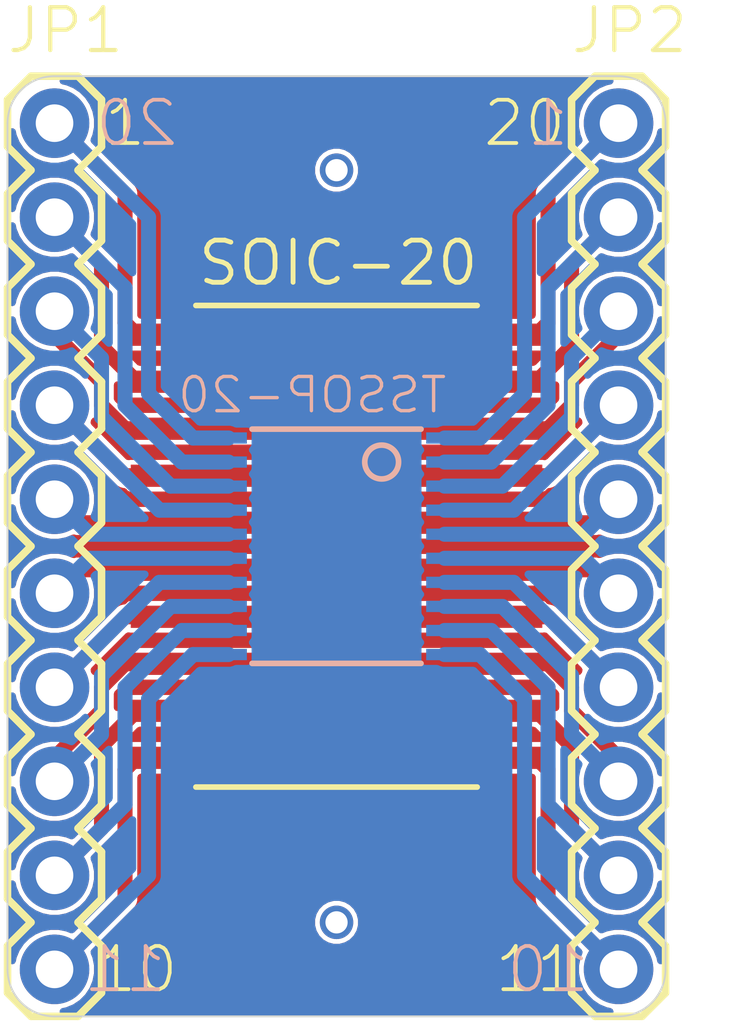
<source format=kicad_pcb>
(kicad_pcb (version 20241229) (generator "pcbnew") (generator_version "9.0")
  (layers (0 "F.Cu" signal) (2 "B.Cu" signal) (13 "F.Paste" user) (15 "B.Paste" user) (5 "F.SilkS" user "F.Silkscreen") (7 "B.SilkS" user "B.Silkscreen") (1 "F.Mask" user) (3 "B.Mask" user) (25 "Edge.Cuts" user))
  (net 0 "")
  (net 1 "GND")
  (net 2 "10")
  (net 3 "9")
  (net 4 "8")
  (net 5 "7")
  (net 6 "6")
  (net 7 "5")
  (net 8 "4")
  (net 9 "3")
  (net 10 "2")
  (net 11 "1")
  (net 12 "11")
  (net 13 "12")
  (net 14 "13")
  (net 15 "14")
  (net 16 "15")
  (net 17 "16")
  (net 18 "17")
  (net 19 "18")
  (net 20 "19")
  (footprint "SOIC_TSSOP-20:SOIC-20NW" (layer "F.Cu") (at 148.5011 105.0036 -90)
    (property "Reference" "SOIC-20" (at -6.985 3.81 0) (layer "F.SilkS") (effects (font (size 1.139139 1.139139) (thickness 0.130861)) (justify left bottom)))
    (property "Value" "")
    (fp_line (start -6.505 3.8) (end -6.505 -3.8) (stroke (width 0.1524)) (layer "F.SilkS"))
    (fp_line (start 6.505 -3.8) (end 6.505 3.8) (stroke (width 0.1524)) (layer "F.SilkS"))
    (pad "P1" smd rect (at -5.715 3.78 270) (size 0.6 3.56) (layers "F.Cu" "F.Mask" "F.Paste") (net 10 "2"))
    (pad "P2" smd rect (at -4.445 3.78 270) (size 0.6 3.56) (layers "F.Cu" "F.Mask" "F.Paste") (net 9 "3"))
    (pad "P3" smd rect (at -3.175 3.78 270) (size 0.6 3.56) (layers "F.Cu" "F.Mask" "F.Paste") (net 8 "4"))
    (pad "P4" smd rect (at -1.905 3.78 270) (size 0.6 3.56) (layers "F.Cu" "F.Mask" "F.Paste") (net 7 "5"))
    (pad "P5" smd rect (at -0.635 3.78 270) (size 0.6 3.56) (layers "F.Cu" "F.Mask" "F.Paste") (net 6 "6"))
    (pad "P6" smd rect (at 0.635 3.78 270) (size 0.6 3.56) (layers "F.Cu" "F.Mask" "F.Paste") (net 5 "7"))
    (pad "P7" smd rect (at 1.905 3.78 270) (size 0.6 3.56) (layers "F.Cu" "F.Mask" "F.Paste") (net 4 "8"))
    (pad "P8" smd rect (at 3.175 3.78 270) (size 0.6 3.56) (layers "F.Cu" "F.Mask" "F.Paste") (net 3 "9"))
    (pad "P9" smd rect (at 4.445 3.78 270) (size 0.6 3.56) (layers "F.Cu" "F.Mask" "F.Paste") (net 2 "10"))
    (pad "P10" smd rect (at 5.715 3.78 270) (size 0.6 3.56) (layers "F.Cu" "F.Mask" "F.Paste") (net 1 "GND"))
    (pad "P11" smd rect (at 5.715 -3.78 270) (size 0.6 3.56) (layers "F.Cu" "F.Mask" "F.Paste") (net 11 "1"))
    (pad "P12" smd rect (at 4.445 -3.78 270) (size 0.6 3.56) (layers "F.Cu" "F.Mask" "F.Paste") (net 12 "11"))
    (pad "P13" smd rect (at 3.175 -3.78 270) (size 0.6 3.56) (layers "F.Cu" "F.Mask" "F.Paste") (net 13 "12"))
    (pad "P14" smd rect (at 1.905 -3.78 270) (size 0.6 3.56) (layers "F.Cu" "F.Mask" "F.Paste") (net 14 "13"))
    (pad "P15" smd rect (at 0.635 -3.78 270) (size 0.6 3.56) (layers "F.Cu" "F.Mask" "F.Paste") (net 15 "14"))
    (pad "P16" smd rect (at -0.635 -3.78 270) (size 0.6 3.56) (layers "F.Cu" "F.Mask" "F.Paste") (net 16 "15"))
    (pad "P17" smd rect (at -1.905 -3.78 270) (size 0.6 3.56) (layers "F.Cu" "F.Mask" "F.Paste") (net 17 "16"))
    (pad "P18" smd rect (at -3.175 -3.78 270) (size 0.6 3.56) (layers "F.Cu" "F.Mask" "F.Paste") (net 18 "17"))
    (pad "P19" smd rect (at -4.445 -3.78 270) (size 0.6 3.56) (layers "F.Cu" "F.Mask" "F.Paste") (net 19 "18"))
    (pad "P20" smd rect (at -5.715 -3.78 270) (size 0.6 3.56) (layers "F.Cu" "F.Mask" "F.Paste") (net 20 "19"))
  )
  (footprint "SOIC_TSSOP-20:1X10" (layer "F.Cu") (at 140.8811 116.4336 90)
    (property "Reference" "JP1" (at 24.6888 -1.3462 0) (layer "F.SilkS") (effects (font (size 1.1557 1.1557) (thickness 0.1143)) (justify left bottom)))
    (property "Value" "")
    (fp_line (start 23.495 -1.27) (end 24.13 -0.635) (stroke (width 0.2032)) (layer "F.SilkS"))
    (fp_line (start 22.225 -1.27) (end 23.495 -1.27) (stroke (width 0.2032)) (layer "F.SilkS"))
    (fp_line (start 22.225 -1.27) (end 21.59 -0.635) (stroke (width 0.2032)) (layer "F.SilkS"))
    (fp_line (start 20.955 -1.27) (end 21.59 -0.635) (stroke (width 0.2032)) (layer "F.SilkS"))
    (fp_line (start 19.685 -1.27) (end 20.955 -1.27) (stroke (width 0.2032)) (layer "F.SilkS"))
    (fp_line (start 19.685 -1.27) (end 19.05 -0.635) (stroke (width 0.2032)) (layer "F.SilkS"))
    (fp_line (start 18.415 -1.27) (end 19.05 -0.635) (stroke (width 0.2032)) (layer "F.SilkS"))
    (fp_line (start 17.145 -1.27) (end 18.415 -1.27) (stroke (width 0.2032)) (layer "F.SilkS"))
    (fp_line (start 17.145 -1.27) (end 16.51 -0.635) (stroke (width 0.2032)) (layer "F.SilkS"))
    (fp_line (start 15.875 -1.27) (end 16.51 -0.635) (stroke (width 0.2032)) (layer "F.SilkS"))
    (fp_line (start 14.605 -1.27) (end 15.875 -1.27) (stroke (width 0.2032)) (layer "F.SilkS"))
    (fp_line (start 14.605 -1.27) (end 13.97 -0.635) (stroke (width 0.2032)) (layer "F.SilkS"))
    (fp_line (start 13.335 -1.27) (end 13.97 -0.635) (stroke (width 0.2032)) (layer "F.SilkS"))
    (fp_line (start 12.065 -1.27) (end 13.335 -1.27) (stroke (width 0.2032)) (layer "F.SilkS"))
    (fp_line (start 10.795 -1.27) (end 11.43 -0.635) (stroke (width 0.2032)) (layer "F.SilkS"))
    (fp_line (start 9.525 -1.27) (end 10.795 -1.27) (stroke (width 0.2032)) (layer "F.SilkS"))
    (fp_line (start 8.255 -1.27) (end 8.89 -0.635) (stroke (width 0.2032)) (layer "F.SilkS"))
    (fp_line (start 6.985 -1.27) (end 8.255 -1.27) (stroke (width 0.2032)) (layer "F.SilkS"))
    (fp_line (start 6.985 -1.27) (end 6.35 -0.635) (stroke (width 0.2032)) (layer "F.SilkS"))
    (fp_line (start 5.715 -1.27) (end 6.35 -0.635) (stroke (width 0.2032)) (layer "F.SilkS"))
    (fp_line (start 4.445 -1.27) (end 5.715 -1.27) (stroke (width 0.2032)) (layer "F.SilkS"))
    (fp_line (start 3.175 -1.27) (end 3.81 -0.635) (stroke (width 0.2032)) (layer "F.SilkS"))
    (fp_line (start 1.905 -1.27) (end 3.175 -1.27) (stroke (width 0.2032)) (layer "F.SilkS"))
    (fp_line (start 0.635 -1.27) (end 1.27 -0.635) (stroke (width 0.2032)) (layer "F.SilkS"))
    (fp_line (start -0.635 -1.27) (end 0.635 -1.27) (stroke (width 0.2032)) (layer "F.SilkS"))
    (fp_line (start -0.635 -1.27) (end -1.27 -0.635) (stroke (width 0.2032)) (layer "F.SilkS"))
    (fp_line (start 24.13 -0.635) (end 24.13 0.635) (stroke (width 0.2032)) (layer "F.SilkS"))
    (fp_line (start 11.43 -0.635) (end 12.065 -1.27) (stroke (width 0.2032)) (layer "F.SilkS"))
    (fp_line (start 8.89 -0.635) (end 9.525 -1.27) (stroke (width 0.2032)) (layer "F.SilkS"))
    (fp_line (start 3.81 -0.635) (end 4.445 -1.27) (stroke (width 0.2032)) (layer "F.SilkS"))
    (fp_line (start 1.27 -0.635) (end 1.905 -1.27) (stroke (width 0.2032)) (layer "F.SilkS"))
    (fp_line (start -1.27 -0.635) (end -1.27 0.635) (stroke (width 0.2032)) (layer "F.SilkS"))
    (fp_line (start 24.13 0.635) (end 23.495 1.27) (stroke (width 0.2032)) (layer "F.SilkS"))
    (fp_line (start 21.59 0.635) (end 22.225 1.27) (stroke (width 0.2032)) (layer "F.SilkS"))
    (fp_line (start 21.59 0.635) (end 20.955 1.27) (stroke (width 0.2032)) (layer "F.SilkS"))
    (fp_line (start 19.05 0.635) (end 19.685 1.27) (stroke (width 0.2032)) (layer "F.SilkS"))
    (fp_line (start 19.05 0.635) (end 18.415 1.27) (stroke (width 0.2032)) (layer "F.SilkS"))
    (fp_line (start 16.51 0.635) (end 17.145 1.27) (stroke (width 0.2032)) (layer "F.SilkS"))
    (fp_line (start 16.51 0.635) (end 15.875 1.27) (stroke (width 0.2032)) (layer "F.SilkS"))
    (fp_line (start 13.97 0.635) (end 14.605 1.27) (stroke (width 0.2032)) (layer "F.SilkS"))
    (fp_line (start 13.97 0.635) (end 13.335 1.27) (stroke (width 0.2032)) (layer "F.SilkS"))
    (fp_line (start 11.43 0.635) (end 10.795 1.27) (stroke (width 0.2032)) (layer "F.SilkS"))
    (fp_line (start 8.89 0.635) (end 8.255 1.27) (stroke (width 0.2032)) (layer "F.SilkS"))
    (fp_line (start 6.35 0.635) (end 6.985 1.27) (stroke (width 0.2032)) (layer "F.SilkS"))
    (fp_line (start 6.35 0.635) (end 5.715 1.27) (stroke (width 0.2032)) (layer "F.SilkS"))
    (fp_line (start 3.81 0.635) (end 3.175 1.27) (stroke (width 0.2032)) (layer "F.SilkS"))
    (fp_line (start 1.27 0.635) (end 0.635 1.27) (stroke (width 0.2032)) (layer "F.SilkS"))
    (fp_line (start -1.27 0.635) (end -0.635 1.27) (stroke (width 0.2032)) (layer "F.SilkS"))
    (fp_line (start 23.495 1.27) (end 22.225 1.27) (stroke (width 0.2032)) (layer "F.SilkS"))
    (fp_line (start 20.955 1.27) (end 19.685 1.27) (stroke (width 0.2032)) (layer "F.SilkS"))
    (fp_line (start 18.415 1.27) (end 17.145 1.27) (stroke (width 0.2032)) (layer "F.SilkS"))
    (fp_line (start 15.875 1.27) (end 14.605 1.27) (stroke (width 0.2032)) (layer "F.SilkS"))
    (fp_line (start 13.335 1.27) (end 12.065 1.27) (stroke (width 0.2032)) (layer "F.SilkS"))
    (fp_line (start 12.065 1.27) (end 11.43 0.635) (stroke (width 0.2032)) (layer "F.SilkS"))
    (fp_line (start 10.795 1.27) (end 9.525 1.27) (stroke (width 0.2032)) (layer "F.SilkS"))
    (fp_line (start 9.525 1.27) (end 8.89 0.635) (stroke (width 0.2032)) (layer "F.SilkS"))
    (fp_line (start 8.255 1.27) (end 6.985 1.27) (stroke (width 0.2032)) (layer "F.SilkS"))
    (fp_line (start 5.715 1.27) (end 4.445 1.27) (stroke (width 0.2032)) (layer "F.SilkS"))
    (fp_line (start 4.445 1.27) (end 3.81 0.635) (stroke (width 0.2032)) (layer "F.SilkS"))
    (fp_line (start 3.175 1.27) (end 1.905 1.27) (stroke (width 0.2032)) (layer "F.SilkS"))
    (fp_line (start 1.905 1.27) (end 1.27 0.635) (stroke (width 0.2032)) (layer "F.SilkS"))
    (fp_line (start 0.635 1.27) (end -0.635 1.27) (stroke (width 0.2032)) (layer "F.SilkS"))
    (pad "1" thru_hole circle (at 0 0 180) (size 1.8796 1.8796) (drill 1.016) (layers "*.Cu" "*.Mask") (net 1 "GND"))
    (pad "2" thru_hole circle (at 2.54 0 180) (size 1.8796 1.8796) (drill 1.016) (layers "*.Cu" "*.Mask") (net 2 "10"))
    (pad "3" thru_hole circle (at 5.08 0 180) (size 1.8796 1.8796) (drill 1.016) (layers "*.Cu" "*.Mask") (net 3 "9"))
    (pad "4" thru_hole circle (at 7.62 0 180) (size 1.8796 1.8796) (drill 1.016) (layers "*.Cu" "*.Mask") (net 4 "8"))
    (pad "5" thru_hole circle (at 10.16 0 180) (size 1.8796 1.8796) (drill 1.016) (layers "*.Cu" "*.Mask") (net 5 "7"))
    (pad "6" thru_hole circle (at 12.7 0 180) (size 1.8796 1.8796) (drill 1.016) (layers "*.Cu" "*.Mask") (net 6 "6"))
    (pad "7" thru_hole circle (at 15.24 0 180) (size 1.8796 1.8796) (drill 1.016) (layers "*.Cu" "*.Mask") (net 7 "5"))
    (pad "8" thru_hole circle (at 17.78 0 180) (size 1.8796 1.8796) (drill 1.016) (layers "*.Cu" "*.Mask") (net 8 "4"))
    (pad "9" thru_hole circle (at 20.32 0 180) (size 1.8796 1.8796) (drill 1.016) (layers "*.Cu" "*.Mask") (net 9 "3"))
    (pad "10" thru_hole circle (at 22.86 0 180) (size 1.8796 1.8796) (drill 1.016) (layers "*.Cu" "*.Mask") (net 10 "2"))
  )
  (footprint "SOIC_TSSOP-20:1X10" (layer "F.Cu") (at 156.1211 116.4336 90)
    (property "Reference" "JP2" (at 24.6888 -1.3462 0) (layer "F.SilkS") (effects (font (size 1.1557 1.1557) (thickness 0.1143)) (justify left bottom)))
    (property "Value" "")
    (fp_line (start 23.495 -1.27) (end 24.13 -0.635) (stroke (width 0.2032)) (layer "F.SilkS"))
    (fp_line (start 22.225 -1.27) (end 23.495 -1.27) (stroke (width 0.2032)) (layer "F.SilkS"))
    (fp_line (start 22.225 -1.27) (end 21.59 -0.635) (stroke (width 0.2032)) (layer "F.SilkS"))
    (fp_line (start 20.955 -1.27) (end 21.59 -0.635) (stroke (width 0.2032)) (layer "F.SilkS"))
    (fp_line (start 19.685 -1.27) (end 20.955 -1.27) (stroke (width 0.2032)) (layer "F.SilkS"))
    (fp_line (start 19.685 -1.27) (end 19.05 -0.635) (stroke (width 0.2032)) (layer "F.SilkS"))
    (fp_line (start 18.415 -1.27) (end 19.05 -0.635) (stroke (width 0.2032)) (layer "F.SilkS"))
    (fp_line (start 17.145 -1.27) (end 18.415 -1.27) (stroke (width 0.2032)) (layer "F.SilkS"))
    (fp_line (start 17.145 -1.27) (end 16.51 -0.635) (stroke (width 0.2032)) (layer "F.SilkS"))
    (fp_line (start 15.875 -1.27) (end 16.51 -0.635) (stroke (width 0.2032)) (layer "F.SilkS"))
    (fp_line (start 14.605 -1.27) (end 15.875 -1.27) (stroke (width 0.2032)) (layer "F.SilkS"))
    (fp_line (start 14.605 -1.27) (end 13.97 -0.635) (stroke (width 0.2032)) (layer "F.SilkS"))
    (fp_line (start 13.335 -1.27) (end 13.97 -0.635) (stroke (width 0.2032)) (layer "F.SilkS"))
    (fp_line (start 12.065 -1.27) (end 13.335 -1.27) (stroke (width 0.2032)) (layer "F.SilkS"))
    (fp_line (start 10.795 -1.27) (end 11.43 -0.635) (stroke (width 0.2032)) (layer "F.SilkS"))
    (fp_line (start 9.525 -1.27) (end 10.795 -1.27) (stroke (width 0.2032)) (layer "F.SilkS"))
    (fp_line (start 8.255 -1.27) (end 8.89 -0.635) (stroke (width 0.2032)) (layer "F.SilkS"))
    (fp_line (start 6.985 -1.27) (end 8.255 -1.27) (stroke (width 0.2032)) (layer "F.SilkS"))
    (fp_line (start 6.985 -1.27) (end 6.35 -0.635) (stroke (width 0.2032)) (layer "F.SilkS"))
    (fp_line (start 5.715 -1.27) (end 6.35 -0.635) (stroke (width 0.2032)) (layer "F.SilkS"))
    (fp_line (start 4.445 -1.27) (end 5.715 -1.27) (stroke (width 0.2032)) (layer "F.SilkS"))
    (fp_line (start 3.175 -1.27) (end 3.81 -0.635) (stroke (width 0.2032)) (layer "F.SilkS"))
    (fp_line (start 1.905 -1.27) (end 3.175 -1.27) (stroke (width 0.2032)) (layer "F.SilkS"))
    (fp_line (start 0.635 -1.27) (end 1.27 -0.635) (stroke (width 0.2032)) (layer "F.SilkS"))
    (fp_line (start -0.635 -1.27) (end 0.635 -1.27) (stroke (width 0.2032)) (layer "F.SilkS"))
    (fp_line (start -0.635 -1.27) (end -1.27 -0.635) (stroke (width 0.2032)) (layer "F.SilkS"))
    (fp_line (start 24.13 -0.635) (end 24.13 0.635) (stroke (width 0.2032)) (layer "F.SilkS"))
    (fp_line (start 11.43 -0.635) (end 12.065 -1.27) (stroke (width 0.2032)) (layer "F.SilkS"))
    (fp_line (start 8.89 -0.635) (end 9.525 -1.27) (stroke (width 0.2032)) (layer "F.SilkS"))
    (fp_line (start 3.81 -0.635) (end 4.445 -1.27) (stroke (width 0.2032)) (layer "F.SilkS"))
    (fp_line (start 1.27 -0.635) (end 1.905 -1.27) (stroke (width 0.2032)) (layer "F.SilkS"))
    (fp_line (start -1.27 -0.635) (end -1.27 0.635) (stroke (width 0.2032)) (layer "F.SilkS"))
    (fp_line (start 24.13 0.635) (end 23.495 1.27) (stroke (width 0.2032)) (layer "F.SilkS"))
    (fp_line (start 21.59 0.635) (end 22.225 1.27) (stroke (width 0.2032)) (layer "F.SilkS"))
    (fp_line (start 21.59 0.635) (end 20.955 1.27) (stroke (width 0.2032)) (layer "F.SilkS"))
    (fp_line (start 19.05 0.635) (end 19.685 1.27) (stroke (width 0.2032)) (layer "F.SilkS"))
    (fp_line (start 19.05 0.635) (end 18.415 1.27) (stroke (width 0.2032)) (layer "F.SilkS"))
    (fp_line (start 16.51 0.635) (end 17.145 1.27) (stroke (width 0.2032)) (layer "F.SilkS"))
    (fp_line (start 16.51 0.635) (end 15.875 1.27) (stroke (width 0.2032)) (layer "F.SilkS"))
    (fp_line (start 13.97 0.635) (end 14.605 1.27) (stroke (width 0.2032)) (layer "F.SilkS"))
    (fp_line (start 13.97 0.635) (end 13.335 1.27) (stroke (width 0.2032)) (layer "F.SilkS"))
    (fp_line (start 11.43 0.635) (end 10.795 1.27) (stroke (width 0.2032)) (layer "F.SilkS"))
    (fp_line (start 8.89 0.635) (end 8.255 1.27) (stroke (width 0.2032)) (layer "F.SilkS"))
    (fp_line (start 6.35 0.635) (end 6.985 1.27) (stroke (width 0.2032)) (layer "F.SilkS"))
    (fp_line (start 6.35 0.635) (end 5.715 1.27) (stroke (width 0.2032)) (layer "F.SilkS"))
    (fp_line (start 3.81 0.635) (end 3.175 1.27) (stroke (width 0.2032)) (layer "F.SilkS"))
    (fp_line (start 1.27 0.635) (end 0.635 1.27) (stroke (width 0.2032)) (layer "F.SilkS"))
    (fp_line (start -1.27 0.635) (end -0.635 1.27) (stroke (width 0.2032)) (layer "F.SilkS"))
    (fp_line (start 23.495 1.27) (end 22.225 1.27) (stroke (width 0.2032)) (layer "F.SilkS"))
    (fp_line (start 20.955 1.27) (end 19.685 1.27) (stroke (width 0.2032)) (layer "F.SilkS"))
    (fp_line (start 18.415 1.27) (end 17.145 1.27) (stroke (width 0.2032)) (layer "F.SilkS"))
    (fp_line (start 15.875 1.27) (end 14.605 1.27) (stroke (width 0.2032)) (layer "F.SilkS"))
    (fp_line (start 13.335 1.27) (end 12.065 1.27) (stroke (width 0.2032)) (layer "F.SilkS"))
    (fp_line (start 12.065 1.27) (end 11.43 0.635) (stroke (width 0.2032)) (layer "F.SilkS"))
    (fp_line (start 10.795 1.27) (end 9.525 1.27) (stroke (width 0.2032)) (layer "F.SilkS"))
    (fp_line (start 9.525 1.27) (end 8.89 0.635) (stroke (width 0.2032)) (layer "F.SilkS"))
    (fp_line (start 8.255 1.27) (end 6.985 1.27) (stroke (width 0.2032)) (layer "F.SilkS"))
    (fp_line (start 5.715 1.27) (end 4.445 1.27) (stroke (width 0.2032)) (layer "F.SilkS"))
    (fp_line (start 4.445 1.27) (end 3.81 0.635) (stroke (width 0.2032)) (layer "F.SilkS"))
    (fp_line (start 3.175 1.27) (end 1.905 1.27) (stroke (width 0.2032)) (layer "F.SilkS"))
    (fp_line (start 1.905 1.27) (end 1.27 0.635) (stroke (width 0.2032)) (layer "F.SilkS"))
    (fp_line (start 0.635 1.27) (end -0.635 1.27) (stroke (width 0.2032)) (layer "F.SilkS"))
    (pad "1" thru_hole circle (at 0 0 180) (size 1.8796 1.8796) (drill 1.016) (layers "*.Cu" "*.Mask") (net 11 "1"))
    (pad "2" thru_hole circle (at 2.54 0 180) (size 1.8796 1.8796) (drill 1.016) (layers "*.Cu" "*.Mask") (net 12 "11"))
    (pad "3" thru_hole circle (at 5.08 0 180) (size 1.8796 1.8796) (drill 1.016) (layers "*.Cu" "*.Mask") (net 13 "12"))
    (pad "4" thru_hole circle (at 7.62 0 180) (size 1.8796 1.8796) (drill 1.016) (layers "*.Cu" "*.Mask") (net 14 "13"))
    (pad "5" thru_hole circle (at 10.16 0 180) (size 1.8796 1.8796) (drill 1.016) (layers "*.Cu" "*.Mask") (net 15 "14"))
    (pad "6" thru_hole circle (at 12.7 0 180) (size 1.8796 1.8796) (drill 1.016) (layers "*.Cu" "*.Mask") (net 16 "15"))
    (pad "7" thru_hole circle (at 15.24 0 180) (size 1.8796 1.8796) (drill 1.016) (layers "*.Cu" "*.Mask") (net 17 "16"))
    (pad "8" thru_hole circle (at 17.78 0 180) (size 1.8796 1.8796) (drill 1.016) (layers "*.Cu" "*.Mask") (net 18 "17"))
    (pad "9" thru_hole circle (at 20.32 0 180) (size 1.8796 1.8796) (drill 1.016) (layers "*.Cu" "*.Mask") (net 19 "18"))
    (pad "10" thru_hole circle (at 22.86 0 180) (size 1.8796 1.8796) (drill 1.016) (layers "*.Cu" "*.Mask") (net 20 "19"))
  )
  (footprint "SOIC_TSSOP-20:TSSOP20" (layer "B.Cu") (at 148.5011 105.0036 -90)
    (property "Reference" "TSSOP-20" (at -3.5456 -3.0353 -0) (layer "B.SilkS") (effects (font (size 0.92456 0.92456) (thickness 0.09144)) (justify left bottom mirror)))
    (property "Value" "")
    (fp_line (start 3.1646 2.2828) (end 3.1646 -2.2828) (stroke (width 0.1524)) (layer "B.SilkS"))
    (fp_line (start -3.1646 -2.2828) (end -3.1646 2.2828) (stroke (width 0.1524)) (layer "B.SilkS"))
    (fp_circle (center -2.2756 -1.2192) (end -1.8184 -1.2192) (stroke (width 0.1524)) (fill no) (layer "B.SilkS"))
    (pad "1" smd rect (at -2.925 -2.9178 270) (size 0.3048 0.9906) (layers "B.Cu" "B.Mask" "B.Paste") (net 20 "19"))
    (pad "2" smd rect (at -2.275 -2.9178 270) (size 0.3048 0.9906) (layers "B.Cu" "B.Mask" "B.Paste") (net 19 "18"))
    (pad "3" smd rect (at -1.625 -2.9178 270) (size 0.3048 0.9906) (layers "B.Cu" "B.Mask" "B.Paste") (net 18 "17"))
    (pad "4" smd rect (at -0.975 -2.9178 270) (size 0.3048 0.9906) (layers "B.Cu" "B.Mask" "B.Paste") (net 17 "16"))
    (pad "5" smd rect (at -0.325 -2.9178 270) (size 0.3048 0.9906) (layers "B.Cu" "B.Mask" "B.Paste") (net 16 "15"))
    (pad "6" smd rect (at 0.325 -2.9178 270) (size 0.3048 0.9906) (layers "B.Cu" "B.Mask" "B.Paste") (net 15 "14"))
    (pad "7" smd rect (at 0.975 -2.9178 270) (size 0.3048 0.9906) (layers "B.Cu" "B.Mask" "B.Paste") (net 14 "13"))
    (pad "8" smd rect (at 1.625 -2.9178 270) (size 0.3048 0.9906) (layers "B.Cu" "B.Mask" "B.Paste") (net 13 "12"))
    (pad "9" smd rect (at 2.275 -2.9178 270) (size 0.3048 0.9906) (layers "B.Cu" "B.Mask" "B.Paste") (net 12 "11"))
    (pad "10" smd rect (at 2.925 -2.9178 270) (size 0.3048 0.9906) (layers "B.Cu" "B.Mask" "B.Paste") (net 11 "1"))
    (pad "11" smd rect (at 2.925 2.9178 270) (size 0.3048 0.9906) (layers "B.Cu" "B.Mask" "B.Paste") (net 1 "GND"))
    (pad "12" smd rect (at 2.275 2.9178 270) (size 0.3048 0.9906) (layers "B.Cu" "B.Mask" "B.Paste") (net 2 "10"))
    (pad "13" smd rect (at 1.625 2.9178 270) (size 0.3048 0.9906) (layers "B.Cu" "B.Mask" "B.Paste") (net 3 "9"))
    (pad "14" smd rect (at 0.975 2.9178 270) (size 0.3048 0.9906) (layers "B.Cu" "B.Mask" "B.Paste") (net 4 "8"))
    (pad "15" smd rect (at 0.325 2.9178 270) (size 0.3048 0.9906) (layers "B.Cu" "B.Mask" "B.Paste") (net 5 "7"))
    (pad "16" smd rect (at -0.325 2.9178 270) (size 0.3048 0.9906) (layers "B.Cu" "B.Mask" "B.Paste") (net 6 "6"))
    (pad "17" smd rect (at -0.975 2.9178 270) (size 0.3048 0.9906) (layers "B.Cu" "B.Mask" "B.Paste") (net 7 "5"))
    (pad "18" smd rect (at -1.625 2.9178 270) (size 0.3048 0.9906) (layers "B.Cu" "B.Mask" "B.Paste") (net 8 "4"))
    (pad "19" smd rect (at -2.275 2.9178 270) (size 0.3048 0.9906) (layers "B.Cu" "B.Mask" "B.Paste") (net 9 "3"))
    (pad "20" smd rect (at -2.925 2.9178 270) (size 0.3048 0.9906) (layers "B.Cu" "B.Mask" "B.Paste") (net 10 "2"))
  )
  (gr_arc (start 157.3911 116.4336) (mid 157.019126 117.331626) (end 156.1211 117.7036) (stroke (width 0.05)) (layer "Edge.Cuts"))
  (gr_arc (start 156.1211 92.3036) (mid 157.019126 92.675574) (end 157.3911 93.5736) (stroke (width 0.05)) (layer "Edge.Cuts"))
  (gr_arc (start 139.6111 93.5736) (mid 139.983074 92.675574) (end 140.8811 92.3036) (stroke (width 0.05)) (layer "Edge.Cuts"))
  (gr_line (start 139.6111 93.5736) (end 139.6111 116.4336) (stroke (width 0.05)) (layer "Edge.Cuts"))
  (gr_line (start 156.1211 92.3036) (end 140.8811 92.3036) (stroke (width 0.05)) (layer "Edge.Cuts"))
  (gr_line (start 157.3911 116.4336) (end 157.3911 93.5736) (stroke (width 0.05)) (layer "Edge.Cuts"))
  (gr_line (start 140.8811 117.7036) (end 156.1211 117.7036) (stroke (width 0.05)) (layer "Edge.Cuts"))
  (gr_arc (start 140.8811 117.7036) (mid 139.983074 117.331626) (end 139.6111 116.4336) (stroke (width 0.05)) (layer "Edge.Cuts"))
  (gr_text "1" (at 142.7861 93.5736 0) (layer "F.SilkS") (effects (font (size 1.1684 1.1684) (thickness 0.1016))))
  (gr_text "11" (at 153.8986 116.4336 0) (layer "F.SilkS") (effects (font (size 1.1684 1.1684) (thickness 0.1016))))
  (gr_text "10" (at 143.1036 116.4336 0) (layer "F.SilkS") (effects (font (size 1.1684 1.1684) (thickness 0.1016))))
  (gr_text "20" (at 153.5811 93.5736 0) (layer "F.SilkS") (effects (font (size 1.1684 1.1684) (thickness 0.1016))))
  (gr_text "10" (at 154.2161 116.4336 -0) (layer "B.SilkS") (effects (font (size 1.1684 1.1684) (thickness 0.1016)) (justify mirror)))
  (gr_text "11" (at 142.7861 116.4336 -0) (layer "B.SilkS") (effects (font (size 1.1684 1.1684) (thickness 0.1016)) (justify mirror)))
  (gr_text "1" (at 154.2161 93.5736 -0) (layer "B.SilkS") (effects (font (size 1.1684 1.1684) (thickness 0.1016)) (justify mirror)))
  (gr_text "20" (at 143.1036 93.5736 -0) (layer "B.SilkS") (effects (font (size 1.1684 1.1684) (thickness 0.1016)) (justify mirror)))
  (segment (start 142.7861 111.0361) (end 142.7861 114.5286) (width 0.4064) (layer "F.Cu") (net 1))
  (segment (start 144.7211 110.7186) (end 143.1036 110.7186) (width 0.4064) (layer "F.Cu") (net 1))
  (segment (start 142.7861 114.5286) (end 140.8811 116.4336) (width 0.4064) (layer "F.Cu") (net 1))
  (segment (start 143.1036 110.7186) (end 142.7861 111.0361) (width 0.4064) (layer "F.Cu") (net 1))
  (via (at 148.5011 94.8436) (size 0.9048) (drill 0.6) (layers "F.Cu" "B.Cu") (net 1))
  (via (at 148.5011 115.1636) (size 0.9048) (drill 0.6) (layers "F.Cu" "B.Cu") (net 1))
  (segment (start 143.4211 113.8936) (end 140.8811 116.4336) (width 0.4064) (layer "B.Cu") (net 1))
  (segment (start 143.4211 109.1311) (end 143.4211 113.8936) (width 0.4064) (layer "B.Cu") (net 1))
  (segment (start 145.5833 107.9286) (end 144.6236 107.9286) (width 0.4064) (layer "B.Cu") (net 1))
  (segment (start 144.6236 107.9286) (end 143.4211 109.1311) (width 0.4064) (layer "B.Cu") (net 1))
  (segment (start 142.1511 112.6236) (end 140.8811 113.8936) (width 0.4064) (layer "F.Cu") (net 2))
  (segment (start 142.1511 110.4011) (end 142.1511 112.6236) (width 0.4064) (layer "F.Cu") (net 2))
  (segment (start 144.7211 109.4486) (end 143.1036 109.4486) (width 0.4064) (layer "F.Cu") (net 2))
  (segment (start 143.1036 109.4486) (end 142.1511 110.4011) (width 0.4064) (layer "F.Cu") (net 2))
  (segment (start 142.7861 108.8136) (end 142.7861 111.9886) (width 0.4064) (layer "B.Cu") (net 2))
  (segment (start 144.3211 107.2786) (end 142.7861 108.8136) (width 0.4064) (layer "B.Cu") (net 2))
  (segment (start 142.7861 111.9886) (end 140.8811 113.8936) (width 0.4064) (layer "B.Cu") (net 2))
  (segment (start 145.5833 107.2786) (end 144.3211 107.2786) (width 0.4064) (layer "B.Cu") (net 2))
  (segment (start 142.1511 109.4486) (end 140.8811 110.7186) (width 0.4064) (layer "F.Cu") (net 3))
  (segment (start 140.8811 110.7186) (end 140.8811 111.3536) (width 0.4064) (layer "F.Cu") (net 3))
  (segment (start 142.1511 108.8136) (end 142.1511 109.4486) (width 0.4064) (layer "F.Cu") (net 3))
  (segment (start 144.7211 108.1786) (end 142.7861 108.1786) (width 0.4064) (layer "F.Cu") (net 3))
  (segment (start 142.7861 108.1786) (end 142.1511 108.8136) (width 0.4064) (layer "F.Cu") (net 3))
  (segment (start 144.0186 106.6286) (end 142.1511 108.4961) (width 0.4064) (layer "B.Cu") (net 3))
  (segment (start 142.1511 108.4961) (end 142.1511 110.0836) (width 0.4064) (layer "B.Cu") (net 3))
  (segment (start 145.5833 106.6286) (end 144.0186 106.6286) (width 0.4064) (layer "B.Cu") (net 3))
  (segment (start 142.1511 110.0836) (end 140.8811 111.3536) (width 0.4064) (layer "B.Cu") (net 3))
  (segment (start 144.7211 106.9086) (end 142.7861 106.9086) (width 0.4064) (layer "F.Cu") (net 4))
  (segment (start 142.7861 106.9086) (end 140.8811 108.8136) (width 0.4064) (layer "F.Cu") (net 4))
  (segment (start 143.7161 105.9786) (end 140.8811 108.8136) (width 0.4064) (layer "B.Cu") (net 4))
  (segment (start 145.5833 105.9786) (end 143.7161 105.9786) (width 0.4064) (layer "B.Cu") (net 4))
  (segment (start 144.7211 105.6386) (end 141.5161 105.6386) (width 0.4064) (layer "F.Cu") (net 5))
  (segment (start 141.5161 105.6386) (end 140.8811 106.2736) (width 0.4064) (layer "F.Cu") (net 5))
  (segment (start 145.5833 105.3286) (end 141.8261 105.3286) (width 0.4064) (layer "B.Cu") (net 5))
  (segment (start 141.8261 105.3286) (end 140.8811 106.2736) (width 0.4064) (layer "B.Cu") (net 5))
  (segment (start 141.5161 104.3686) (end 140.8811 103.7336) (width 0.4064) (layer "F.Cu") (net 6))
  (segment (start 144.7211 104.3686) (end 141.5161 104.3686) (width 0.4064) (layer "F.Cu") (net 6))
  (segment (start 145.5833 104.6786) (end 141.8261 104.6786) (width 0.4064) (layer "B.Cu") (net 6))
  (segment (start 141.8261 104.6786) (end 140.8811 103.7336) (width 0.4064) (layer "B.Cu") (net 6))
  (segment (start 144.7211 103.0986) (end 142.7861 103.0986) (width 0.4064) (layer "F.Cu") (net 7))
  (segment (start 142.7861 103.0986) (end 140.8811 101.1936) (width 0.4064) (layer "F.Cu") (net 7))
  (segment (start 145.5833 104.0286) (end 143.7161 104.0286) (width 0.4064) (layer "B.Cu") (net 7))
  (segment (start 143.7161 104.0286) (end 140.8811 101.1936) (width 0.4064) (layer "B.Cu") (net 7))
  (segment (start 144.7211 101.8286) (end 142.7861 101.8286) (width 0.4064) (layer "F.Cu") (net 8))
  (segment (start 142.7861 101.8286) (end 142.1511 101.1936) (width 0.4064) (layer "F.Cu") (net 8))
  (segment (start 142.1511 101.1936) (end 142.1511 100.5586) (width 0.4064) (layer "F.Cu") (net 8))
  (segment (start 142.1511 100.5586) (end 140.8811 99.2886) (width 0.4064) (layer "F.Cu") (net 8))
  (segment (start 140.8811 99.2886) (end 140.8811 98.6536) (width 0.4064) (layer "F.Cu") (net 8))
  (segment (start 145.5833 103.3786) (end 144.0186 103.3786) (width 0.4064) (layer "B.Cu") (net 8))
  (segment (start 142.1511 101.5111) (end 142.1511 99.9236) (width 0.4064) (layer "B.Cu") (net 8))
  (segment (start 142.1511 99.9236) (end 140.8811 98.6536) (width 0.4064) (layer "B.Cu") (net 8))
  (segment (start 144.0186 103.3786) (end 142.1511 101.5111) (width 0.4064) (layer "B.Cu") (net 8))
  (segment (start 144.7211 100.5586) (end 143.1036 100.5586) (width 0.4064) (layer "F.Cu") (net 9))
  (segment (start 142.1511 99.6061) (end 142.1511 97.3836) (width 0.4064) (layer "F.Cu") (net 9))
  (segment (start 143.1036 100.5586) (end 142.1511 99.6061) (width 0.4064) (layer "F.Cu") (net 9))
  (segment (start 142.1511 97.3836) (end 140.8811 96.1136) (width 0.4064) (layer "F.Cu") (net 9))
  (segment (start 144.3211 102.7286) (end 142.7861 101.1936) (width 0.4064) (layer "B.Cu") (net 9))
  (segment (start 145.5833 102.7286) (end 144.3211 102.7286) (width 0.4064) (layer "B.Cu") (net 9))
  (segment (start 142.7861 98.0186) (end 140.8811 96.1136) (width 0.4064) (layer "B.Cu") (net 9))
  (segment (start 142.7861 101.1936) (end 142.7861 98.0186) (width 0.4064) (layer "B.Cu") (net 9))
  (segment (start 143.1036 99.2886) (end 144.7211 99.2886) (width 0.4064) (layer "F.Cu") (net 10))
  (segment (start 142.7861 98.9711) (end 143.1036 99.2886) (width 0.4064) (layer "F.Cu") (net 10))
  (segment (start 142.7861 98.9711) (end 142.7861 95.4786) (width 0.4064) (layer "F.Cu") (net 10))
  (segment (start 142.7861 95.4786) (end 140.8811 93.5736) (width 0.4064) (layer "F.Cu") (net 10))
  (segment (start 143.4211 96.1136) (end 140.8811 93.5736) (width 0.4064) (layer "B.Cu") (net 10))
  (segment (start 145.5833 102.0786) (end 144.6236 102.0786) (width 0.4064) (layer "B.Cu") (net 10))
  (segment (start 144.6236 102.0786) (end 143.4211 100.8761) (width 0.4064) (layer "B.Cu") (net 10))
  (segment (start 143.4211 100.8761) (end 143.4211 96.1136) (width 0.4064) (layer "B.Cu") (net 10))
  (segment (start 152.2811 110.7186) (end 153.8986 110.7186) (width 0.4064) (layer "F.Cu") (net 11))
  (segment (start 154.2161 111.0361) (end 154.2161 114.5286) (width 0.4064) (layer "F.Cu") (net 11))
  (segment (start 154.2161 114.5286) (end 156.1211 116.4336) (width 0.4064) (layer "F.Cu") (net 11))
  (segment (start 153.8986 110.7186) (end 154.2161 111.0361) (width 0.4064) (layer "F.Cu") (net 11))
  (segment (start 152.3786 107.9286) (end 153.5811 109.1311) (width 0.4064) (layer "B.Cu") (net 11))
  (segment (start 151.4189 107.9286) (end 152.3786 107.9286) (width 0.4064) (layer "B.Cu") (net 11))
  (segment (start 153.5811 109.1311) (end 153.5811 113.8936) (width 0.4064) (layer "B.Cu") (net 11))
  (segment (start 153.5811 113.8936) (end 156.1211 116.4336) (width 0.4064) (layer "B.Cu") (net 11))
  (segment (start 152.2811 109.4486) (end 153.8986 109.4486) (width 0.4064) (layer "F.Cu") (net 12))
  (segment (start 154.8511 112.6236) (end 156.1211 113.8936) (width 0.4064) (layer "F.Cu") (net 12))
  (segment (start 153.8986 109.4486) (end 154.8511 110.4011) (width 0.4064) (layer "F.Cu") (net 12))
  (segment (start 154.8511 110.4011) (end 154.8511 112.6236) (width 0.4064) (layer "F.Cu") (net 12))
  (segment (start 154.2161 108.8136) (end 154.2161 111.9886) (width 0.4064) (layer "B.Cu") (net 12))
  (segment (start 152.6811 107.2786) (end 154.2161 108.8136) (width 0.4064) (layer "B.Cu") (net 12))
  (segment (start 154.2161 111.9886) (end 156.1211 113.8936) (width 0.4064) (layer "B.Cu") (net 12))
  (segment (start 151.4189 107.2786) (end 152.6811 107.2786) (width 0.4064) (layer "B.Cu") (net 12))
  (segment (start 154.8511 109.4486) (end 156.1211 110.7186) (width 0.4064) (layer "F.Cu") (net 13))
  (segment (start 154.2161 108.1786) (end 154.8511 108.8136) (width 0.4064) (layer "F.Cu") (net 13))
  (segment (start 154.8511 108.8136) (end 154.8511 109.4486) (width 0.4064) (layer "F.Cu") (net 13))
  (segment (start 156.1211 110.7186) (end 156.1211 111.3536) (width 0.4064) (layer "F.Cu") (net 13))
  (segment (start 152.2811 108.1786) (end 154.2161 108.1786) (width 0.4064) (layer "F.Cu") (net 13))
  (segment (start 154.8511 110.0836) (end 156.1211 111.3536) (width 0.4064) (layer "B.Cu") (net 13))
  (segment (start 152.9836 106.6286) (end 154.8511 108.4961) (width 0.4064) (layer "B.Cu") (net 13))
  (segment (start 151.4189 106.6286) (end 152.9836 106.6286) (width 0.4064) (layer "B.Cu") (net 13))
  (segment (start 154.8511 108.4961) (end 154.8511 110.0836) (width 0.4064) (layer "B.Cu") (net 13))
  (segment (start 152.2811 106.9086) (end 154.2161 106.9086) (width 0.4064) (layer "F.Cu") (net 14))
  (segment (start 154.2161 106.9086) (end 156.1211 108.8136) (width 0.4064) (layer "F.Cu") (net 14))
  (segment (start 153.2861 105.9786) (end 156.1211 108.8136) (width 0.4064) (layer "B.Cu") (net 14))
  (segment (start 151.4189 105.9786) (end 153.2861 105.9786) (width 0.4064) (layer "B.Cu") (net 14))
  (segment (start 155.4861 105.6386) (end 156.1211 106.2736) (width 0.4064) (layer "F.Cu") (net 15))
  (segment (start 152.2811 105.6386) (end 155.4861 105.6386) (width 0.4064) (layer "F.Cu") (net 15))
  (segment (start 151.4189 105.3286) (end 155.1761 105.3286) (width 0.4064) (layer "B.Cu") (net 15))
  (segment (start 155.1761 105.3286) (end 156.1211 106.2736) (width 0.4064) (layer "B.Cu") (net 15))
  (segment (start 155.4861 104.3686) (end 156.1211 103.7336) (width 0.4064) (layer "F.Cu") (net 16))
  (segment (start 152.2811 104.3686) (end 155.4861 104.3686) (width 0.4064) (layer "F.Cu") (net 16))
  (segment (start 155.1761 104.6786) (end 156.1211 103.7336) (width 0.4064) (layer "B.Cu") (net 16))
  (segment (start 151.4189 104.6786) (end 155.1761 104.6786) (width 0.4064) (layer "B.Cu") (net 16))
  (segment (start 154.2161 103.0986) (end 156.1211 101.1936) (width 0.4064) (layer "F.Cu") (net 17))
  (segment (start 152.2811 103.0986) (end 154.2161 103.0986) (width 0.4064) (layer "F.Cu") (net 17))
  (segment (start 153.2861 104.0286) (end 156.1211 101.1936) (width 0.4064) (layer "B.Cu") (net 17))
  (segment (start 151.4189 104.0286) (end 153.2861 104.0286) (width 0.4064) (layer "B.Cu") (net 17))
  (segment (start 154.8511 100.5586) (end 156.1211 99.2886) (width 0.4064) (layer "F.Cu") (net 18))
  (segment (start 154.8511 101.1936) (end 154.8511 100.5586) (width 0.4064) (layer "F.Cu") (net 18))
  (segment (start 154.2161 101.8286) (end 154.8511 101.1936) (width 0.4064) (layer "F.Cu") (net 18))
  (segment (start 152.2811 101.8286) (end 154.2161 101.8286) (width 0.4064) (layer "F.Cu") (net 18))
  (segment (start 156.1211 99.2886) (end 156.1211 98.6536) (width 0.4064) (layer "F.Cu") (net 18))
  (segment (start 154.8511 99.9236) (end 156.1211 98.6536) (width 0.4064) (layer "B.Cu") (net 18))
  (segment (start 152.9836 103.3786) (end 154.8511 101.5111) (width 0.4064) (layer "B.Cu") (net 18))
  (segment (start 151.4189 103.3786) (end 152.9836 103.3786) (width 0.4064) (layer "B.Cu") (net 18))
  (segment (start 154.8511 101.5111) (end 154.8511 99.9236) (width 0.4064) (layer "B.Cu") (net 18))
  (segment (start 154.8511 99.6061) (end 154.8511 97.3836) (width 0.4064) (layer "F.Cu") (net 19))
  (segment (start 154.8511 97.3836) (end 156.1211 96.1136) (width 0.4064) (layer "F.Cu") (net 19))
  (segment (start 152.2811 100.5586) (end 153.8986 100.5586) (width 0.4064) (layer "F.Cu") (net 19))
  (segment (start 153.8986 100.5586) (end 154.8511 99.6061) (width 0.4064) (layer "F.Cu") (net 19))
  (segment (start 151.4189 102.7286) (end 152.6811 102.7286) (width 0.4064) (layer "B.Cu") (net 19))
  (segment (start 154.2161 98.0186) (end 156.1211 96.1136) (width 0.4064) (layer "B.Cu") (net 19))
  (segment (start 152.6811 102.7286) (end 154.2161 101.1936) (width 0.4064) (layer "B.Cu") (net 19))
  (segment (start 154.2161 101.1936) (end 154.2161 98.0186) (width 0.4064) (layer "B.Cu") (net 19))
  (segment (start 154.2161 95.4786) (end 156.1211 93.5736) (width 0.4064) (layer "F.Cu") (net 20))
  (segment (start 153.8986 99.2886) (end 154.2161 98.9711) (width 0.4064) (layer "F.Cu") (net 20))
  (segment (start 154.2161 98.9711) (end 154.2161 95.4786) (width 0.4064) (layer "F.Cu") (net 20))
  (segment (start 152.2811 99.2886) (end 153.8986 99.2886) (width 0.4064) (layer "F.Cu") (net 20))
  (segment (start 153.5811 96.1136) (end 156.1211 93.5736) (width 0.4064) (layer "B.Cu") (net 20))
  (segment (start 151.4189 102.0786) (end 152.3786 102.0786) (width 0.4064) (layer "B.Cu") (net 20))
  (segment (start 152.3786 102.0786) (end 153.5811 100.8761) (width 0.4064) (layer "B.Cu") (net 20))
  (segment (start 153.5811 100.8761) (end 153.5811 96.1136) (width 0.4064) (layer "B.Cu") (net 20))
  (zone (net 0) (net_name "") (layer "F.Cu") (priority 6) (connect_pads (clearance 0.000001)) (min_thickness 0.2032) (fill yes (thermal_gap 0.4564) (thermal_bridge_width 0.4564))
    (polygon (pts (xy 157.5943 117.9068) (xy 139.4079 117.9068) (xy 139.4079 92.1004) (xy 157.5943 92.1004)))
  )
  (zone (net 0) (net_name "") (layer "B.Cu") (priority 6) (connect_pads (clearance 0.000001)) (min_thickness 0.2032) (fill yes (thermal_gap 0.4564) (thermal_bridge_width 0.4564))
    (polygon (pts (xy 157.5943 117.9068) (xy 139.4079 117.9068) (xy 139.4079 92.1004) (xy 157.5943 92.1004)))
  )
)
</source>
